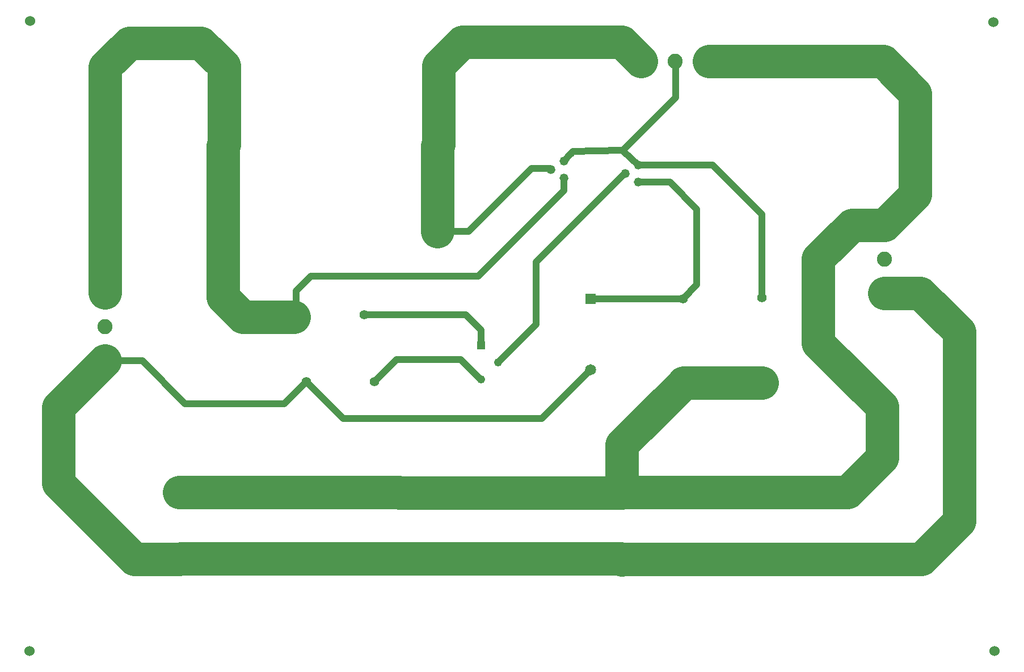
<source format=gbl>
G04*
G04 #@! TF.GenerationSoftware,Altium Limited,Altium Designer,22.3.1 (43)*
G04*
G04 Layer_Physical_Order=2*
G04 Layer_Color=16711680*
%FSLAX25Y25*%
%MOIN*%
G70*
G04*
G04 #@! TF.SameCoordinates,EC9277C9-050F-4012-A3D3-CC2B3E04D0D2*
G04*
G04*
G04 #@! TF.FilePolarity,Positive*
G04*
G01*
G75*
%ADD21C,0.10300*%
%ADD24C,0.06000*%
%ADD27C,0.04724*%
%ADD28C,0.08858*%
%ADD29R,0.08858X0.08858*%
%ADD30R,0.04811X0.04811*%
%ADD31C,0.04811*%
%ADD32C,0.05512*%
%ADD33R,0.06496X0.06496*%
%ADD34C,0.06496*%
%ADD35C,0.05200*%
%ADD36R,0.08858X0.08858*%
%ADD37C,0.03937*%
%ADD38C,0.19685*%
%ADD39C,0.03937*%
%ADD40C,0.07874*%
D21*
X229331Y66732D02*
D03*
Y106102D02*
D03*
X99606Y64961D02*
D03*
Y104331D02*
D03*
X492500Y65900D02*
D03*
Y105270D02*
D03*
X360000Y65400D02*
D03*
Y104770D02*
D03*
D24*
X12200Y382100D02*
D03*
X11900Y12000D02*
D03*
X578839Y11909D02*
D03*
X578248Y381594D02*
D03*
D27*
X251600Y308900D02*
D03*
X125616D02*
D03*
X252084Y355800D02*
D03*
X126100D02*
D03*
X251600Y258500D02*
D03*
X125616D02*
D03*
D28*
X56311Y182500D02*
D03*
Y202500D02*
D03*
X514200Y262200D02*
D03*
Y242200D02*
D03*
X371200Y358489D02*
D03*
X391200D02*
D03*
D29*
X56311Y222500D02*
D03*
X514200Y222200D02*
D03*
D30*
X277300Y191400D02*
D03*
D31*
X287300Y181400D02*
D03*
X277300Y171400D02*
D03*
D32*
X174700Y170300D02*
D03*
X214700D02*
D03*
X395800Y219000D02*
D03*
Y169000D02*
D03*
X442100Y219500D02*
D03*
Y169500D02*
D03*
X208600Y209600D02*
D03*
X168600D02*
D03*
D33*
X341500Y218866D02*
D03*
D34*
Y177134D02*
D03*
D35*
X325800Y299800D02*
D03*
X318300Y294800D02*
D03*
X325800Y289800D02*
D03*
X369500Y297400D02*
D03*
X362000Y292400D02*
D03*
X369500Y287400D02*
D03*
D36*
X411200Y358489D02*
D03*
D37*
X330128Y304338D02*
D03*
D38*
X56311Y355130D02*
X70473Y369291D01*
X56311Y222500D02*
Y355130D01*
X70473Y369291D02*
X112609D01*
X126100Y355800D01*
X513460Y358489D02*
X532283Y339665D01*
Y280283D02*
Y339665D01*
X411200Y358489D02*
X513460D01*
X514200Y262200D02*
X532283Y280283D01*
X29035Y110565D02*
X73700Y65900D01*
X29035Y155224D02*
X56311Y182500D01*
X29035Y110565D02*
Y155224D01*
X492500Y105270D02*
X512894Y125664D01*
X475400Y192900D02*
X512894Y155406D01*
Y125664D02*
Y155406D01*
X100787Y66142D02*
X228740D01*
X229921D02*
X359258D01*
X137147Y208300D02*
X167300D01*
X359789Y369900D02*
X371200Y358489D01*
X266184Y369900D02*
X359789D01*
X252084Y355800D02*
X266184Y369900D01*
X251600Y258500D02*
Y308900D01*
X125616Y219831D02*
Y258500D01*
Y219831D02*
X137147Y208300D01*
X125616Y258500D02*
Y308900D01*
X251600D02*
X252084Y309384D01*
Y355800D01*
X126100Y309384D02*
Y355800D01*
X125616Y308900D02*
X126100Y309384D01*
X395800Y169000D02*
X396300Y169500D01*
X442100D01*
X360000Y104770D02*
Y133200D01*
X395800Y169000D01*
X558100Y88100D02*
Y199500D01*
X514200Y222200D02*
X535400D01*
X558100Y199500D01*
X475400Y242400D02*
X495200Y262200D01*
X514200D01*
X475400Y192900D02*
Y242400D01*
X535900Y65900D02*
X558100Y88100D01*
X492500Y65900D02*
X535900D01*
X360500Y105270D02*
X492500D01*
X99900D02*
X228900D01*
X229400Y104770D02*
X360000D01*
X360500Y65900D02*
X492500D01*
X360000Y65400D02*
X360500Y65900D01*
X73700D02*
X99900D01*
D39*
X325800Y282493D02*
Y289800D01*
X275607Y232300D02*
X325800Y282493D01*
X177400Y232300D02*
X275607D01*
X391500Y337292D02*
Y357923D01*
X360438Y306229D02*
X391500Y337292D01*
X331242Y305453D02*
X358885Y306113D01*
X330128Y304338D02*
X331242Y305453D01*
X325800Y299800D02*
X330062Y304271D01*
X330095Y304305D02*
X330128Y304338D01*
X330062Y304271D02*
X330095Y304305D01*
X358885Y306113D02*
X360398D01*
X361039Y305502D02*
X369499Y297436D01*
X360398Y306113D02*
X361039Y305502D01*
X404035Y227235D02*
Y271654D01*
X388289Y287400D02*
X404035Y271654D01*
X369500Y287400D02*
X388289D01*
X395800Y219000D02*
X404035Y227235D01*
X312966Y148600D02*
X341500Y177134D01*
X174700Y170300D02*
X196400Y148600D01*
X312966D01*
X341500Y218866D02*
X395666D01*
X168600Y223500D02*
X177400Y232300D01*
X168600Y214000D02*
Y223500D01*
X270000Y258500D02*
X307000Y295500D01*
X251600Y258500D02*
X270000D01*
X307000Y295500D02*
X317700D01*
X369500Y297400D02*
X413300D01*
X442100Y219500D02*
Y268600D01*
X413300Y297400D02*
X442100Y268600D01*
X361600Y292400D02*
X362000D01*
X309600Y240400D02*
X361600Y292400D01*
X309600Y203700D02*
Y240400D01*
X287300Y181400D02*
X309600Y203700D01*
X268100Y209600D02*
X277300Y200400D01*
X208600Y209600D02*
X268100D01*
X277300Y191400D02*
Y200400D01*
X227700Y183300D02*
X265129D01*
X277029Y171400D01*
X214700Y170300D02*
X227700Y183300D01*
X161600Y157200D02*
X174700Y170300D01*
X103400Y157200D02*
X161600D01*
X78100Y182500D02*
X103400Y157200D01*
X56311Y182500D02*
X78100D01*
D40*
X391388Y358034D02*
X391500Y357923D01*
X168600Y209600D02*
X168600Y209600D01*
Y214000D01*
M02*

</source>
